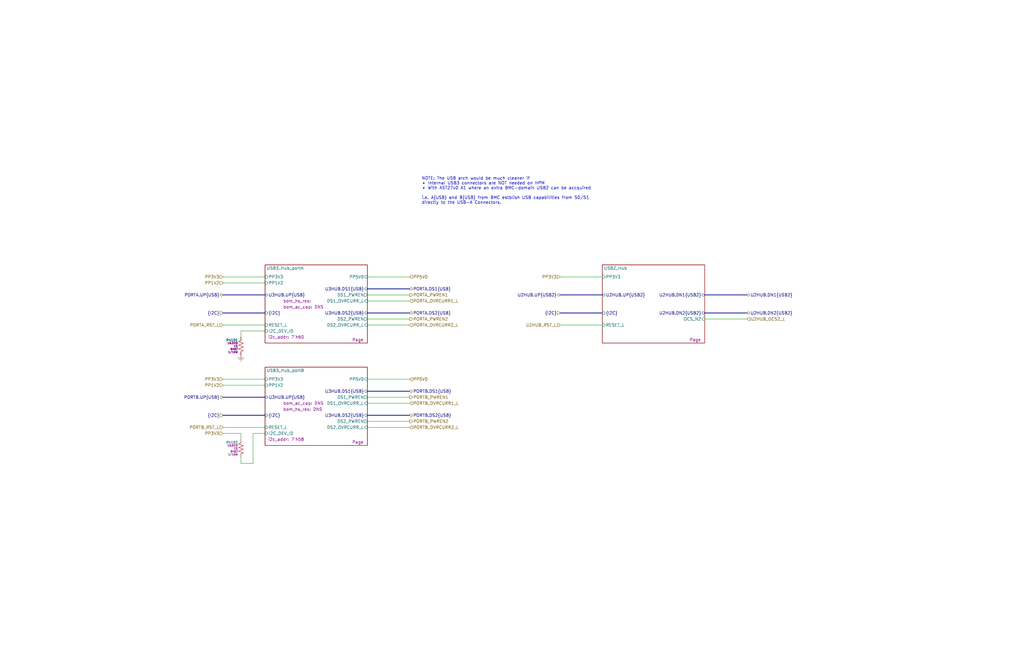
<source format=kicad_sch>
(kicad_sch (version 20231120) (generator "eeschema") (generator_version "8.0")
  (paper "B")
  (title_block (title "${PROJ}") (rev "${REV}") (company "${RPN}") (comment 1 "USB Hubs"))
  (lib_symbols
    (symbol "Power:GND" (power) (pin_names (offset 0)) (in_bom no) (on_board no)
      (symbol "GND_0_1"
        (polyline (pts (xy -0.635 -1.905) (xy 0.635 -1.905)))
        (polyline (pts (xy -0.127 -2.54) (xy 0.127 -2.54)))
        (polyline (pts (xy 0 -1.27) (xy 0 0)))
        (polyline (pts (xy 1.27 -1.27) (xy -1.27 -1.27)))
      )
      (symbol "GND_1_1"
        (pin power_in line (at 0 0 270) (length 0) hide (name "GND") (number "1"))
      )
    )
    (symbol "Resistors:RES-5100B" (pin_numbers hide) (pin_names (offset 0) hide)
      (property "Reference" "R" (at 1.27 2.54 0))
      (property "val" "10.0KΩ" (at 1.27 1.27 0))
      (property "tol" "1%" (at 1.27 0 0))
      (property "pkg" "0402" (at 1.27 -1.27 0))
      (property "pwr" "1/16W" (at 1.27 -2.54 0))
      (symbol "RES-5100B_1_1"
        (polyline (pts (xy 0 -2.286) (xy 0 -2.54)))
        (polyline (pts (xy 0 2.286) (xy 0 2.54)))
        (polyline (pts (xy 0 -0.762) (xy 1.016 -1.143) (xy 0 -1.524) (xy -1.016 -1.905) (xy 0 -2.286)))
        (polyline (pts (xy 0 0.762) (xy 1.016 0.381) (xy 0 0) (xy -1.016 -0.381) (xy 0 -0.762)))
        (polyline (pts (xy 0 2.286) (xy 1.016 1.905) (xy 0 1.524) (xy -1.016 1.143) (xy 0 0.762)))
        (pin passive line (at 0 3.81 270) (length 1.27) (name "~") (number "1"))
        (pin passive line (at 0 -3.81 90) (length 1.27) (name "~") (number "2"))
      )
    )
  )
  (wire (pts (xy 101.6 182.88) (xy 101.6 185.42)))
  (bus (pts (xy 154.94 132.08) (xy 172.72 132.08)))
  (bus (pts (xy 93.98 175.26) (xy 111.76 175.26)))
  (wire (pts (xy 154.94 137.16) (xy 172.72 137.16)))
  (bus (pts (xy 297.18 132.08) (xy 314.96 132.08)))
  (wire (pts (xy 101.6 139.7) (xy 101.6 142.24)))
  (wire (pts (xy 236.22 137.16) (xy 254 137.16)))
  (wire (pts (xy 154.94 167.64) (xy 172.72 167.64)))
  (wire (pts (xy 154.94 160.02) (xy 172.72 160.02)))
  (bus (pts (xy 236.22 124.46) (xy 254 124.46)))
  (wire (pts (xy 93.98 119.38) (xy 111.76 119.38)))
  (wire (pts (xy 154.94 177.8) (xy 172.72 177.8)))
  (wire (pts (xy 93.98 162.56) (xy 111.76 162.56)))
  (wire (pts (xy 154.94 170.18) (xy 172.72 170.18)))
  (wire (pts (xy 93.98 182.88) (xy 101.6 182.88)))
  (bus (pts (xy 93.98 124.46) (xy 111.76 124.46)))
  (wire (pts (xy 93.98 180.34) (xy 111.76 180.34)))
  (bus (pts (xy 154.94 165.1) (xy 172.72 165.1)))
  (wire (pts (xy 106.68 182.88) (xy 106.68 195.58)))
  (wire (pts (xy 93.98 160.02) (xy 111.76 160.02)))
  (wire (pts (xy 154.94 127) (xy 172.72 127)))
  (bus (pts (xy 93.98 132.08) (xy 111.76 132.08)))
  (wire (pts (xy 154.94 180.34) (xy 172.72 180.34)))
  (wire (pts (xy 101.6 195.58) (xy 106.68 195.58)))
  (bus (pts (xy 236.22 132.08) (xy 254 132.08)))
  (wire (pts (xy 101.6 139.7) (xy 111.76 139.7)))
  (bus (pts (xy 154.94 121.92) (xy 172.72 121.92)))
  (wire (pts (xy 154.94 124.46) (xy 172.72 124.46)))
  (bus (pts (xy 154.94 175.26) (xy 172.72 175.26)))
  (bus (pts (xy 297.18 124.46) (xy 314.96 124.46)))
  (wire (pts (xy 93.98 116.84) (xy 111.76 116.84)))
  (wire (pts (xy 154.94 116.84) (xy 172.72 116.84)))
  (bus (pts (xy 93.98 167.64) (xy 111.76 167.64)))
  (wire (pts (xy 154.94 134.62) (xy 172.72 134.62)))
  (wire (pts (xy 106.68 182.88) (xy 111.76 182.88)))
  (wire (pts (xy 93.98 137.16) (xy 111.76 137.16)))
  (wire (pts (xy 297.18 134.62) (xy 314.96 134.62)))
  (wire (pts (xy 101.6 193.04) (xy 101.6 195.58)))
  (wire (pts (xy 236.22 116.84) (xy 254 116.84)))
  (text "NOTE: The USB arch would be much cleaner if\n• Internal USB3 connectors are NOT needed on HPM\n• With AST27x0 A1 where an extra BMC-domain USB2 can be accquired\n\ni.e. A{USB} and B{USB} from BMC estblish USB capabilities from S0/S1\ndirectly to the USB-A Connectors." (at 177.8 86.36 0) (effects (font (size 1.27 1.27)) (justify left bottom)))
  (hierarchical_label "PORTA_PWREN1" (shape output) (at 172.72 124.46 0))
  (hierarchical_label "PORTA_OVRCURR2_L" (shape input) (at 172.72 137.16 0))
  (hierarchical_label "PORTA_PWREN2" (shape output) (at 172.72 134.62 0))
  (hierarchical_label "PP3V3" (shape input) (at 93.98 116.84 180))
  (hierarchical_label "{I2C}" (shape input) (at 236.22 132.08 180))
  (hierarchical_label "PP3V3" (shape input) (at 93.98 182.88 180))
  (hierarchical_label "{I2C}" (shape input) (at 93.98 132.08 180))
  (hierarchical_label "PORTB.UP{USB}" (shape bidirectional) (at 93.98 167.64 180))
  (hierarchical_label "U2HUB_OCS2_L" (shape input) (at 314.96 134.62 0))
  (hierarchical_label "PORTB_OVRCURR2_L" (shape input) (at 172.72 180.34 0))
  (hierarchical_label "PORTA.DS1{USB}" (shape bidirectional) (at 172.72 121.92 0))
  (hierarchical_label "PORTB.DS2{USB}" (shape bidirectional) (at 172.72 175.26 0))
  (hierarchical_label "PORTA_OVRCURR1_L" (shape input) (at 172.72 127 0))
  (hierarchical_label "PORTA.DS2{USB}" (shape bidirectional) (at 172.72 132.08 0))
  (hierarchical_label "{I2C}" (shape input) (at 93.98 175.26 180))
  (hierarchical_label "PP1V2" (shape input) (at 93.98 162.56 180))
  (hierarchical_label "PP5V0" (shape input) (at 172.72 116.84 0))
  (hierarchical_label "U2HUB.DN2{USB2}" (shape bidirectional) (at 314.96 132.08 0))
  (hierarchical_label "PP1V2" (shape input) (at 93.98 119.38 180))
  (hierarchical_label "PORTB_OVRCURR1_L" (shape input) (at 172.72 170.18 0))
  (hierarchical_label "PP3V3" (shape input) (at 236.22 116.84 180))
  (hierarchical_label "U2HUB.DN1{USB2}" (shape bidirectional) (at 314.96 124.46 0))
  (hierarchical_label "PORTB_RST_L" (shape input) (at 93.98 180.34 180))
  (hierarchical_label "PORTB.DS1{USB}" (shape bidirectional) (at 172.72 165.1 0))
  (hierarchical_label "PORTB_PWREN1" (shape output) (at 172.72 167.64 0))
  (hierarchical_label "PP5V0" (shape input) (at 172.72 160.02 0))
  (hierarchical_label "U2HUB.UP{USB2}" (shape bidirectional) (at 236.22 124.46 180))
  (hierarchical_label "PORTA_RST_L" (shape input) (at 93.98 137.16 180))
  (hierarchical_label "PP3V3" (shape input) (at 93.98 160.02 180))
  (hierarchical_label "U2HUB_RST_L" (shape input) (at 236.22 137.16 180))
  (hierarchical_label "PORTB_PWREN2" (shape output) (at 172.72 177.8 0))
  (hierarchical_label "PORTA.UP{USB}" (shape bidirectional) (at 93.98 124.46 180))
  (symbol (lib_id "Resistors:RES-5100B") (at 101.6 189.23 0) (mirror y) (unit 1)
    (property "Reference" "R4102" (at 100.33 186.69 0) (effects (font (size 1 1)) (justify left)))
    (property "Value" "RES-5100B" (effects (hide yes)))
    (property "Description" "RES, 10.0KΩ, 1%, 0402, 1/16W, <100V, 0.40mm" (effects (hide yes)))
    (property "val" "10.0KΩ" (at 100.33 187.96 0) (effects (font (size 0.8 0.8)) (justify left)))
    (property "tol" "1%" (at 100.33 189.23 0) (effects (font (size 0.8 0.8)) (justify left)))
    (property "Sim.Device" "R" (effects (hide yes)))
    (property "pkg" "0402" (at 100.33 190.5 0) (effects (font (size 0.8 0.8)) (justify left)))
    (property "Sim.Pins" "1=+ 2=-" (effects (hide yes)))
    (property "pwr" "1/16W" (at 100.33 191.77 0) (effects (font (size 0.8 0.8)) (justify left)))
    (property "Sim.Params" "r=\"${val}\"" (effects (hide yes)))
    (property "height" "0.40mm" (effects (hide yes)))
  )
  (symbol (lib_id "Resistors:RES-5100B") (at 101.6 146.05 0) (mirror y) (unit 1)
    (property "Reference" "R4101" (at 100.33 143.51 0) (effects (font (size 1 1)) (justify left)))
    (property "Value" "RES-5100B" (effects (hide yes)))
    (property "Description" "RES, 10.0KΩ, 1%, 0402, 1/16W, <100V, 0.40mm" (effects (hide yes)))
    (property "val" "10.0KΩ" (at 100.33 144.78 0) (effects (font (size 0.8 0.8)) (justify left)))
    (property "tol" "1%" (at 100.33 146.05 0) (effects (font (size 0.8 0.8)) (justify left)))
    (property "Sim.Device" "R" (effects (hide yes)))
    (property "pkg" "0402" (at 100.33 147.32 0) (effects (font (size 0.8 0.8)) (justify left)))
    (property "Sim.Pins" "1=+ 2=-" (effects (hide yes)))
    (property "pwr" "1/16W" (at 100.33 148.59 0) (effects (font (size 0.8 0.8)) (justify left)))
    (property "Sim.Params" "r=\"${val}\"" (effects (hide yes)))
    (property "height" "0.40mm" (effects (hide yes)))
  )
  (symbol (lib_id "Power:GND") (at 101.6 149.86 0) (mirror y) (unit 1) (in_bom no) (on_board no)
    (property "Reference" "#PWR04101" (effects (hide yes)))
    (property "Value" "GND" (effects (hide yes)))
    (property "Description" "Power symbol creates a global label with name \"GND\"" (effects (hide yes)))
  )
  (sheet (at 111.76 154.94) (size 43.18 33.02) (stroke (width 0.1524))
    (property "Sheetname" "USB3_Hub_portB" (at 112.395 155.575 0) (effects (justify left top)))
    (property "Sheetfile" "usb3_hub.kicad_sch" (effects (hide yes)))
    (property "Title" "${COMMENT1}" (effects (hide yes)))
    (property "Page" "Page ${#}" (at 154.305 187.325 0) (effects (justify right bottom)))
    (property "i2c_addr" "7'h58" (at 113.03 185.42 0) (show_name yes) (effects (justify left)))
    (property "pn_swap" "polarity swapped for routing" (effects (hide yes)))
    (property "bom_ac_cap" "DNS" (at 119.38 170.18 0) (show_name yes) (effects (justify left)))
    (property "bom_hs_res" "DNS" (at 119.38 172.72 0) (show_name yes) (effects (justify left)))
    (pin "U3HUB.UP{USB}" bidirectional (at 111.76 167.64 180))
    (pin "{I2C}" input (at 111.76 175.26 180))
    (pin "RESET_L" input (at 111.76 180.34 180))
    (pin "PP1V2" input (at 111.76 162.56 180))
    (pin "PP3V3" input (at 111.76 160.02 180))
    (pin "U3HUB.DS2{USB}" bidirectional (at 154.94 175.26 0))
    (pin "U3HUB.DS1{USB}" bidirectional (at 154.94 165.1 0))
    (pin "PP5V0" input (at 154.94 160.02 0))
    (pin "DS1_PWREN" output (at 154.94 167.64 0))
    (pin "DS1_OVRCURR_L" input (at 154.94 170.18 0))
    (pin "DS2_OVRCURR_L" input (at 154.94 180.34 0))
    (pin "DS2_PWREN" output (at 154.94 177.8 0))
    (pin "I2C_DEV_ID" input (at 111.76 182.88 180))
  )
  (sheet (at 111.76 111.76) (size 43.18 33.02) (stroke (width 0.1524))
    (property "Sheetname" "USB3_Hub_portA" (at 112.395 112.395 0) (effects (justify left top)))
    (property "Sheetfile" "usb3_hub.kicad_sch" (effects (hide yes)))
    (property "Title" "${COMMENT1}" (effects (hide yes)))
    (property "Page" "Page ${#}" (at 154.305 144.145 0) (effects (justify right bottom)))
    (property "i2c_addr" "7'h60" (at 113.03 142.24 0) (show_name yes) (effects (justify left)))
    (property "pn_swap" "nope" (effects (hide yes)))
    (property "bom_ac_cap" "DNS" (at 119.38 129.54 0) (show_name yes) (effects (justify left)))
    (pin "U3HUB.UP{USB}" bidirectional (at 111.76 124.46 180))
    (pin "{I2C}" input (at 111.76 132.08 180))
    (pin "RESET_L" input (at 111.76 137.16 180))
    (pin "PP1V2" input (at 111.76 119.38 180))
    (pin "PP3V3" input (at 111.76 116.84 180))
    (pin "U3HUB.DS2{USB}" bidirectional (at 154.94 132.08 0))
    (pin "U3HUB.DS1{USB}" bidirectional (at 154.94 121.92 0))
    (pin "PP5V0" input (at 154.94 116.84 0))
    (pin "DS1_PWREN" output (at 154.94 124.46 0))
    (pin "DS1_OVRCURR_L" input (at 154.94 127 0))
    (pin "DS2_OVRCURR_L" input (at 154.94 137.16 0))
    (pin "DS2_PWREN" output (at 154.94 134.62 0))
    (pin "I2C_DEV_ID" input (at 111.76 139.7 180))
  )
  (sheet (at 254 111.76) (size 43.18 33.02) (stroke (width 0.1524))
    (property "Sheetname" "USB2_Hub" (at 254.635 112.395 0) (effects (justify left top)))
    (property "Sheetfile" "usb2_hub.kicad_sch" (effects (hide yes)))
    (property "Title" "${COMMENT1}" (effects (hide yes)))
    (property "Page" "Page ${#}" (at 296.545 144.145 0) (effects (justify right bottom)))
    (pin "{I2C}" input (at 254 132.08 180))
    (pin "RESET_L" input (at 254 137.16 180))
    (pin "PP3V3" input (at 254 116.84 180))
    (pin "U2HUB.DN2{USB2}" bidirectional (at 297.18 132.08 0))
    (pin "U2HUB.DN1{USB2}" bidirectional (at 297.18 124.46 0))
    (pin "U2HUB.UP{USB2}" bidirectional (at 254 124.46 180))
    (pin "OCS_N2" input (at 297.18 134.62 0))
  )
)
</source>
